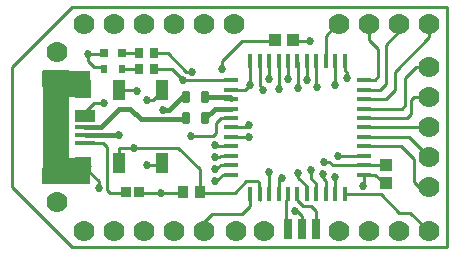
<source format=gtl>
G04 Layer_Physical_Order=1*
G04 Layer_Color=25308*
%FSAX24Y24*%
%MOIN*%
G70*
G01*
G75*
%ADD10R,0.0315X0.0315*%
%ADD11R,0.0354X0.0374*%
%ADD12R,0.0276X0.0335*%
%ADD13R,0.0236X0.0315*%
%ADD14R,0.0150X0.0500*%
%ADD15R,0.0500X0.0150*%
%ADD16R,0.0394X0.0394*%
%ADD17R,0.0591X0.0532*%
%ADD18R,0.0551X0.0591*%
%ADD19R,0.0709X0.0157*%
%ADD20R,0.0394X0.0413*%
%ADD21R,0.0354X0.0413*%
%ADD22R,0.0280X0.0670*%
G04:AMPARAMS|DCode=23|XSize=39.4mil|YSize=23.6mil|CornerRadius=2.4mil|HoleSize=0mil|Usage=FLASHONLY|Rotation=90.000|XOffset=0mil|YOffset=0mil|HoleType=Round|Shape=RoundedRectangle|*
%AMROUNDEDRECTD23*
21,1,0.0394,0.0189,0,0,90.0*
21,1,0.0346,0.0236,0,0,90.0*
1,1,0.0047,0.0094,0.0173*
1,1,0.0047,0.0094,-0.0173*
1,1,0.0047,-0.0094,-0.0173*
1,1,0.0047,-0.0094,0.0173*
%
%ADD23ROUNDEDRECTD23*%
%ADD24R,0.0413X0.0394*%
%ADD25R,0.0433X0.0709*%
%ADD26C,0.0100*%
%ADD27C,0.0150*%
%ADD28R,0.0650X0.0350*%
%ADD29R,0.0900X0.0900*%
%ADD30R,0.0800X0.0900*%
%ADD31R,0.0900X0.3800*%
%ADD32C,0.0700*%
%ADD33C,0.0270*%
D10*
X-011435Y006480D02*
D03*
X-010845D02*
D03*
D11*
X-010273Y001850D02*
D03*
X-010707D02*
D03*
D12*
X-010266Y005950D02*
D03*
X-009774D02*
D03*
X-010266Y006470D02*
D03*
X-009774D02*
D03*
D13*
X-010865Y005960D02*
D03*
X-011435D02*
D03*
D14*
X-006575Y006205D02*
D03*
X-006260D02*
D03*
X-005945D02*
D03*
X-005630D02*
D03*
X-005315D02*
D03*
X-005000D02*
D03*
X-004685D02*
D03*
X-004370D02*
D03*
X-004055D02*
D03*
X-003740D02*
D03*
X-003425D02*
D03*
Y001795D02*
D03*
X-003740D02*
D03*
X-004055D02*
D03*
X-004370D02*
D03*
X-004685D02*
D03*
X-005000D02*
D03*
X-005315D02*
D03*
X-005630D02*
D03*
X-005945D02*
D03*
X-006260D02*
D03*
X-006575D02*
D03*
D15*
X-002795Y005575D02*
D03*
Y005260D02*
D03*
Y004945D02*
D03*
Y004630D02*
D03*
Y004315D02*
D03*
Y004000D02*
D03*
Y003685D02*
D03*
Y003370D02*
D03*
Y003055D02*
D03*
Y002740D02*
D03*
Y002425D02*
D03*
X-007205D02*
D03*
Y002740D02*
D03*
Y003055D02*
D03*
Y003370D02*
D03*
Y003685D02*
D03*
Y004000D02*
D03*
Y004315D02*
D03*
Y004630D02*
D03*
Y004945D02*
D03*
Y005260D02*
D03*
Y005575D02*
D03*
D16*
X-013200Y003606D02*
D03*
Y004394D02*
D03*
D17*
Y005604D02*
D03*
Y002396D02*
D03*
D18*
X-012137Y005280D02*
D03*
Y002720D02*
D03*
D19*
X-012070Y004512D02*
D03*
Y004256D02*
D03*
Y004000D02*
D03*
Y003744D02*
D03*
Y003488D02*
D03*
D20*
X-002050Y002145D02*
D03*
Y002735D02*
D03*
D03*
Y002145D02*
D03*
D21*
X-008255Y001840D02*
D03*
X-008825D02*
D03*
D22*
X-004370Y000630D02*
D03*
X-004850D02*
D03*
X-005322D02*
D03*
D23*
X-008087Y004300D02*
D03*
X-008713D02*
D03*
X-008087Y005000D02*
D03*
X-008713D02*
D03*
D24*
X-005165Y006900D02*
D03*
X-005755D02*
D03*
D25*
X-009500Y002800D02*
D03*
Y005241D02*
D03*
X-010957D02*
D03*
Y002800D02*
D03*
D26*
X-011780Y006010D02*
X-011435D01*
X-011990Y006220D02*
X-011780Y006010D01*
X-011497Y006460D02*
X-011437Y006520D01*
X-011990Y006460D02*
X-011497D01*
X-009774Y006470D02*
X-009320D01*
X-009774Y005950D02*
X-009197D01*
X-010865Y005960D02*
X-010855Y005950D01*
X-010266D01*
X-010276Y006480D02*
X-010266Y006470D01*
X-010845Y006480D02*
X-010276D01*
X-009821Y004920D02*
X-009500Y005241D01*
X-010020Y004920D02*
X-009821D01*
X-009320Y006470D02*
X-008710Y005860D01*
X-009197Y005950D02*
X-008822Y005575D01*
X-011990Y006220D02*
Y006460D01*
X-009490Y002750D02*
X-009470Y002770D01*
X-010030Y002750D02*
X-009490D01*
X-006850Y006890D02*
X-005755D01*
X-007530Y006210D02*
X-006850Y006890D01*
X-007205Y003685D02*
X-006645D01*
X-012137Y002720D02*
X-011630Y002213D01*
Y001980D02*
Y002213D01*
X-011340Y001919D02*
Y003360D01*
X-011468Y003488D02*
X-011340Y003360D01*
X-007530Y005950D02*
Y006210D01*
X-008710Y005860D02*
X-008500D01*
X-002400Y002425D02*
X-002120Y002145D01*
X-002795Y002425D02*
X-002400D01*
X-002795Y002740D02*
X-002050D01*
X-008970Y003330D02*
X-008255Y002615D01*
Y001820D02*
Y002615D01*
Y001820D02*
X-007087D01*
X-010263Y001830D02*
X-009550D01*
X-010273Y001820D02*
X-010263Y001830D01*
X-009550D02*
X-008945D01*
X-011241Y001820D02*
X-010707D01*
X-011340Y001919D02*
X-011241Y001820D01*
X-008945Y001830D02*
X-008815Y001700D01*
X-010950Y003330D02*
X-008970D01*
X-009500Y002800D02*
X-009470Y002770D01*
X-012070Y003488D02*
X-011468D01*
X-010950Y002807D02*
Y003330D01*
X-010957Y002800D02*
X-010950Y002807D01*
X-008822Y005575D02*
X-007205D01*
X-001130Y002170D02*
Y002960D01*
X-001540Y003370D02*
X-001130Y002960D01*
X-002795Y003370D02*
X-001540D01*
X-001285Y003685D02*
X-000600Y003000D01*
X-002795Y003685D02*
X-001285D01*
X-001130Y002170D02*
X-000960Y002000D01*
X-000600D01*
X-006260Y006205D02*
X-006250Y006215D01*
X-006575Y005425D02*
Y006205D01*
X-006740Y005260D02*
X-006575Y005425D01*
X-007205Y005260D02*
X-006740D01*
X-006269Y001805D02*
X-006260Y001795D01*
X-006269Y001805D02*
Y002150D01*
X-006319Y002200D02*
X-006269Y002150D01*
X-006260Y001573D02*
Y001795D01*
X-007750Y003370D02*
X-007205D01*
X-007750Y002200D02*
X-007700D01*
X-007475Y002425D01*
X-007205D01*
X-007560Y002740D02*
X-007205D01*
X-007700Y002600D02*
X-007560Y002740D01*
X-007750Y002600D02*
X-007700D01*
X-007545Y003055D02*
X-007205D01*
X-007600Y003000D02*
X-007545Y003055D01*
X-007750Y003000D02*
X-007600D01*
X-012137Y002720D02*
X-011920D01*
X-003425Y005900D02*
Y006205D01*
Y005900D02*
X-003350Y005825D01*
Y005650D02*
Y005825D01*
X-010391Y005241D02*
X-010350Y005200D01*
X-010957Y005241D02*
X-010391D01*
X-012070Y004256D02*
X-011894D01*
X-012070Y003744D02*
X-012064Y003750D01*
X-004370Y000850D02*
Y001220D01*
X-004547Y001397D02*
X-004547D01*
X-004370Y001220D01*
X-004548Y001395D02*
X-004547Y001397D01*
X-002795Y002055D02*
Y002425D01*
X-002800Y002050D02*
X-002795Y002055D01*
X-003740Y001795D02*
Y002340D01*
X-004685Y001795D02*
Y002032D01*
X-004055Y001795D02*
Y002205D01*
X-004150Y002300D02*
X-004055Y002205D01*
X-004150Y002300D02*
Y002450D01*
X-003750Y002350D02*
X-003740Y002340D01*
X-003425Y001765D02*
Y001795D01*
X-003650Y003053D02*
X-003648Y003055D01*
X-002795D01*
X-003425Y001765D02*
X-002215D01*
X-001600Y001150D01*
X-001250D01*
X-000600Y000550D01*
X-005165Y006890D02*
X-004590D01*
X-003750Y005400D02*
Y006195D01*
X-003740Y006205D01*
X-005650Y006185D02*
X-005630Y006205D01*
X-005315D02*
X-005300Y006190D01*
X-004700Y006190D02*
X-004685Y006205D01*
X-004370Y005480D02*
Y006205D01*
X-002795Y004000D02*
X-000600D01*
X-002795Y004000D02*
X-002795Y004000D01*
X-002795Y004315D02*
X-001335D01*
X-001200Y004450D01*
X-001050Y006000D02*
X-000600D01*
X-001200Y004450D02*
Y004900D01*
X-001100Y005000D01*
X-000600D01*
X-002795Y004630D02*
X-001520D01*
X-001400Y004750D01*
Y005650D01*
X-001050Y006000D01*
X-002600Y006900D02*
Y007450D01*
Y006900D02*
X-002300Y006600D01*
Y005700D02*
Y006600D01*
X-002425Y005575D02*
X-002300Y005700D01*
X-002795Y005575D02*
X-002425D01*
X-001600Y007200D02*
Y007450D01*
X-002050Y006750D02*
X-001600Y007200D01*
X-002050Y005450D02*
Y006750D01*
X-002240Y005260D02*
X-002050Y005450D01*
X-002795Y005260D02*
X-002240D01*
X-002795Y004945D02*
X-002055D01*
X-001750Y005250D01*
Y005850D01*
X-000600Y007000D01*
Y007450D01*
X-006575Y001375D02*
Y001795D01*
X-006850Y001100D02*
X-006575Y001375D01*
X-007850Y001100D02*
X-006850D01*
X-008100Y000850D02*
X-007850Y001100D01*
X-008100Y000550D02*
Y000850D01*
X-007087Y001820D02*
X-006707Y002200D01*
X-006319D01*
X-007535Y004315D02*
X-007205D01*
X-007700Y004150D02*
X-007535Y004315D01*
X-008550Y003700D02*
X-007800D01*
X-007700Y003800D01*
Y004150D01*
X-011782Y004800D02*
X-011450D01*
X-012070Y004512D02*
X-011782Y004800D01*
X-004055Y006205D02*
Y007045D01*
X-003600Y007500D01*
X-004822Y001395D02*
X-004548D01*
X-004980Y002327D02*
Y002470D01*
Y002327D02*
X-004685Y002032D01*
X-004370Y001795D02*
Y002120D01*
X-003830Y002740D02*
X-002795D01*
X-003940Y002850D02*
X-003830Y002740D01*
X-004100Y002850D02*
X-003940D01*
X-004560Y002310D02*
X-004370Y002120D01*
X-004560Y002310D02*
Y002590D01*
X-006260Y005410D02*
Y006205D01*
Y005410D02*
X-006140Y005290D01*
Y005240D02*
Y005290D01*
X-005650Y006185D02*
X-005630Y006165D01*
Y005270D02*
Y006165D01*
X-005000Y006205D02*
X-004980Y006185D01*
Y005310D02*
Y006185D01*
X-004700Y006190D02*
X-004680Y006170D01*
Y005580D02*
Y006170D01*
X-005320Y006170D02*
X-005300Y006190D01*
X-005320Y005610D02*
Y006170D01*
X-005940Y005610D02*
Y006200D01*
X-005945Y006205D02*
X-005940Y006200D01*
X-005315Y001644D02*
Y001795D01*
X-007205Y004000D02*
X-006690D01*
X-006600Y004090D01*
X-005945Y001795D02*
X-005940Y001800D01*
Y002500D01*
X-005580Y002320D02*
X-005520D01*
X-005630Y001795D02*
Y002270D01*
X-005580Y002320D01*
X-005165Y001200D02*
X-005008Y001218D01*
X-004850Y001060D01*
Y000850D02*
Y001060D01*
X-005380Y000915D02*
X-005315Y000850D01*
X-005380Y000915D02*
Y001579D01*
X-005315Y001644D01*
X-005010Y001583D02*
X-004822Y001395D01*
X-005010Y001583D02*
Y001795D01*
X-014500Y002000D02*
X-012500Y000000D01*
X000000D01*
Y008000D01*
X-012500D02*
X000000D01*
X-014500Y006000D02*
X-012500Y008000D01*
X-014500Y002000D02*
Y006000D01*
D27*
X-009270Y004580D02*
X-008850Y005000D01*
X-008713D01*
X-008087Y004300D02*
X-007757Y004630D01*
X-007205D01*
X-007260Y005000D02*
X-007205Y004945D01*
X-008087Y005000D02*
X-007260D01*
X-012070Y004000D02*
X-011550D01*
X-012064Y003750D02*
X-010950D01*
X-009490Y004580D02*
X-009270D01*
X-011550Y004000D02*
X-010940Y004610D01*
X-010566D01*
X-010226Y004270D01*
X-008743D01*
X-008713Y004300D01*
D28*
X-012075Y004375D02*
D03*
D29*
X-012350Y005450D02*
D03*
D30*
X-012300Y002550D02*
D03*
D31*
X-013050Y004000D02*
D03*
D32*
X-013000Y006500D02*
D03*
Y001500D02*
D03*
X-012100Y007450D02*
D03*
X-008100Y000550D02*
D03*
X-009100D02*
D03*
X-010100D02*
D03*
X-011100D02*
D03*
X-012100D02*
D03*
X-007050D02*
D03*
X-006100D02*
D03*
X-003600D02*
D03*
X-002600D02*
D03*
X-001600D02*
D03*
X-000600D02*
D03*
X-011100Y007450D02*
D03*
X-010100D02*
D03*
X-009100D02*
D03*
X-008100D02*
D03*
X-007100D02*
D03*
X-003600D02*
D03*
X-002600D02*
D03*
X-001600D02*
D03*
X-000600D02*
D03*
Y006000D02*
D03*
Y005000D02*
D03*
Y004000D02*
D03*
Y003000D02*
D03*
Y002000D02*
D03*
D33*
X-010460Y003330D02*
D03*
X-010020Y004920D02*
D03*
X-011990Y006460D02*
D03*
X-010030Y002750D02*
D03*
X-011630Y001980D02*
D03*
X-008500Y005860D02*
D03*
X-009550Y001830D02*
D03*
X-008822Y005575D02*
D03*
X-006575Y005425D02*
D03*
X-007750Y002200D02*
D03*
Y002600D02*
D03*
Y003000D02*
D03*
Y003400D02*
D03*
X-003350Y005650D02*
D03*
X-010350Y005200D02*
D03*
X-002800Y002050D02*
D03*
X-004150Y002450D02*
D03*
X-003750Y002350D02*
D03*
X-003650Y003053D02*
D03*
X-004590Y006890D02*
D03*
X-003750Y005400D02*
D03*
X-008550Y003700D02*
D03*
X-011450Y004800D02*
D03*
X-010950Y003750D02*
D03*
X-004980Y002470D02*
D03*
X-004100Y002850D02*
D03*
X-004560Y002590D02*
D03*
X-009490Y004580D02*
D03*
X-006140Y005240D02*
D03*
X-005630Y005270D02*
D03*
X-004980Y005310D02*
D03*
X-004340Y005350D02*
D03*
X-004680Y005580D02*
D03*
X-005320Y005610D02*
D03*
X-005940D02*
D03*
X-006630Y003670D02*
D03*
X-006600Y004090D02*
D03*
X-007530Y005950D02*
D03*
X-005940Y002500D02*
D03*
X-005520Y002320D02*
D03*
X-005080Y001220D02*
D03*
M02*

</source>
